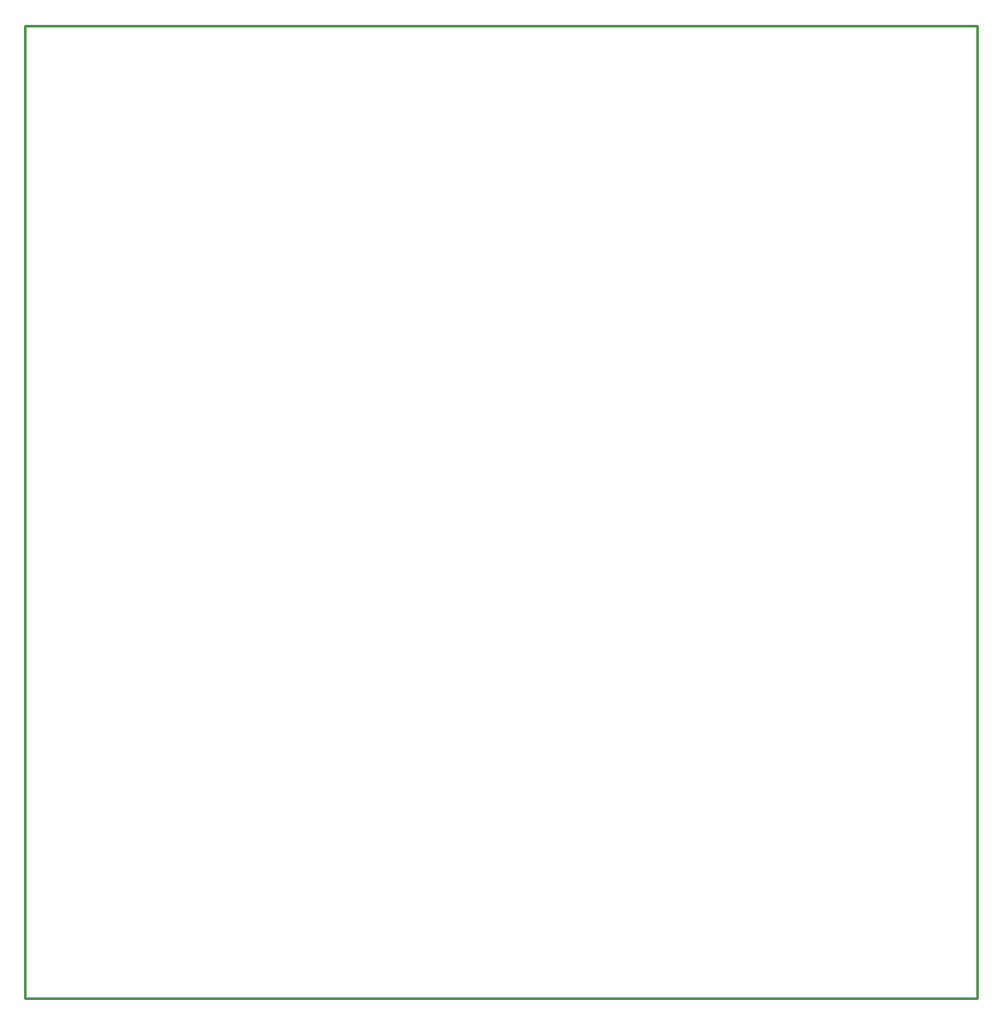
<source format=gko>
G04*
G04 #@! TF.GenerationSoftware,Altium Limited,Altium Designer,19.0.12 (326)*
G04*
G04 Layer_Color=16711935*
%FSAX44Y44*%
%MOMM*%
G71*
G01*
G75*
%ADD22C,0.2540*%
D22*
X-00000000Y00960000D02*
X00940000Y00960000D01*
X-00000000Y00960000D02*
X00000000Y00000000D01*
X00940000D01*
X00940000Y00960000D02*
X00940000Y00000000D01*
M02*

</source>
